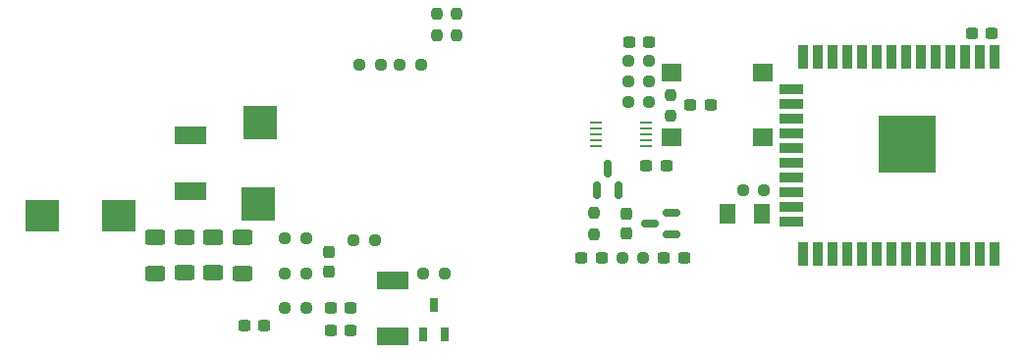
<source format=gtp>
G04 #@! TF.GenerationSoftware,KiCad,Pcbnew,6.0.1-79c1e3a40b~116~ubuntu20.04.1*
G04 #@! TF.CreationDate,2022-04-23T14:55:23+01:00*
G04 #@! TF.ProjectId,batmon,6261746d-6f6e-42e6-9b69-6361645f7063,3.1*
G04 #@! TF.SameCoordinates,Original*
G04 #@! TF.FileFunction,Paste,Top*
G04 #@! TF.FilePolarity,Positive*
%FSLAX46Y46*%
G04 Gerber Fmt 4.6, Leading zero omitted, Abs format (unit mm)*
G04 Created by KiCad (PCBNEW 6.0.1-79c1e3a40b~116~ubuntu20.04.1) date 2022-04-23 14:55:23*
%MOMM*%
%LPD*%
G01*
G04 APERTURE LIST*
G04 Aperture macros list*
%AMRoundRect*
0 Rectangle with rounded corners*
0 $1 Rounding radius*
0 $2 $3 $4 $5 $6 $7 $8 $9 X,Y pos of 4 corners*
0 Add a 4 corners polygon primitive as box body*
4,1,4,$2,$3,$4,$5,$6,$7,$8,$9,$2,$3,0*
0 Add four circle primitives for the rounded corners*
1,1,$1+$1,$2,$3*
1,1,$1+$1,$4,$5*
1,1,$1+$1,$6,$7*
1,1,$1+$1,$8,$9*
0 Add four rect primitives between the rounded corners*
20,1,$1+$1,$2,$3,$4,$5,0*
20,1,$1+$1,$4,$5,$6,$7,0*
20,1,$1+$1,$6,$7,$8,$9,0*
20,1,$1+$1,$8,$9,$2,$3,0*%
G04 Aperture macros list end*
%ADD10RoundRect,0.237500X-0.300000X-0.237500X0.300000X-0.237500X0.300000X0.237500X-0.300000X0.237500X0*%
%ADD11RoundRect,0.237500X0.250000X0.237500X-0.250000X0.237500X-0.250000X-0.237500X0.250000X-0.237500X0*%
%ADD12RoundRect,0.237500X-0.237500X0.250000X-0.237500X-0.250000X0.237500X-0.250000X0.237500X0.250000X0*%
%ADD13RoundRect,0.237500X-0.250000X-0.237500X0.250000X-0.237500X0.250000X0.237500X-0.250000X0.237500X0*%
%ADD14RoundRect,0.150000X0.587500X0.150000X-0.587500X0.150000X-0.587500X-0.150000X0.587500X-0.150000X0*%
%ADD15RoundRect,0.150000X0.150000X-0.587500X0.150000X0.587500X-0.150000X0.587500X-0.150000X-0.587500X0*%
%ADD16RoundRect,0.237500X-0.237500X0.300000X-0.237500X-0.300000X0.237500X-0.300000X0.237500X0.300000X0*%
%ADD17R,0.900000X2.000000*%
%ADD18R,2.000000X0.900000*%
%ADD19R,5.000000X5.000000*%
%ADD20RoundRect,0.237500X0.300000X0.237500X-0.300000X0.237500X-0.300000X-0.237500X0.300000X-0.237500X0*%
%ADD21R,1.800000X1.500000*%
%ADD22RoundRect,0.250000X0.625000X-0.400000X0.625000X0.400000X-0.625000X0.400000X-0.625000X-0.400000X0*%
%ADD23RoundRect,0.237500X0.237500X-0.250000X0.237500X0.250000X-0.237500X0.250000X-0.237500X-0.250000X0*%
%ADD24R,3.000000X2.800000*%
%ADD25R,1.100000X0.250000*%
%ADD26RoundRect,0.237500X0.237500X-0.300000X0.237500X0.300000X-0.237500X0.300000X-0.237500X-0.300000X0*%
%ADD27R,3.000000X3.000000*%
%ADD28R,0.650000X1.220000*%
%ADD29R,2.700000X1.500000*%
%ADD30RoundRect,0.250001X-0.462499X-0.624999X0.462499X-0.624999X0.462499X0.624999X-0.462499X0.624999X0*%
G04 APERTURE END LIST*
D10*
X218837500Y-104500000D03*
X220562500Y-104500000D03*
D11*
X200912500Y-106500000D03*
X199087500Y-106500000D03*
D12*
X202250000Y-102087500D03*
X202250000Y-103912500D03*
D10*
X248387500Y-103750000D03*
X250112500Y-103750000D03*
D13*
X218749500Y-106172000D03*
X220574500Y-106172000D03*
D14*
X222537500Y-121150000D03*
X222537500Y-119250000D03*
X220662500Y-120200000D03*
D15*
X216050000Y-117337500D03*
X217950000Y-117337500D03*
X217000000Y-115462500D03*
D16*
X218600000Y-119337500D03*
X218600000Y-121062500D03*
D17*
X250365000Y-105830000D03*
X249095000Y-105830000D03*
X247825000Y-105830000D03*
X246555000Y-105830000D03*
X245285000Y-105830000D03*
X244015000Y-105830000D03*
X242745000Y-105830000D03*
X241475000Y-105830000D03*
X240205000Y-105830000D03*
X238935000Y-105830000D03*
X237665000Y-105830000D03*
X236395000Y-105830000D03*
X235125000Y-105830000D03*
X233855000Y-105830000D03*
D18*
X232855000Y-108615000D03*
X232855000Y-109885000D03*
X232855000Y-111155000D03*
X232855000Y-112425000D03*
X232855000Y-113695000D03*
X232855000Y-114965000D03*
X232855000Y-116235000D03*
X232855000Y-117505000D03*
X232855000Y-118775000D03*
X232855000Y-120045000D03*
D17*
X233855000Y-122830000D03*
X235125000Y-122830000D03*
X236395000Y-122830000D03*
X237665000Y-122830000D03*
X238935000Y-122830000D03*
X240205000Y-122830000D03*
X241475000Y-122830000D03*
X242745000Y-122830000D03*
X244015000Y-122830000D03*
X245285000Y-122830000D03*
X246555000Y-122830000D03*
X247825000Y-122830000D03*
X249095000Y-122830000D03*
X250365000Y-122830000D03*
D19*
X242865000Y-113330000D03*
D13*
X195087500Y-121600000D03*
X196912500Y-121600000D03*
D20*
X222062500Y-115200000D03*
X220337500Y-115200000D03*
D13*
X189175000Y-121500000D03*
X191000000Y-121500000D03*
D21*
X230420000Y-107188000D03*
X222520000Y-107188000D03*
D22*
X183000000Y-124450000D03*
X183000000Y-121350000D03*
D13*
X218241500Y-123190000D03*
X220066500Y-123190000D03*
D23*
X222456000Y-110894500D03*
X222456000Y-109069500D03*
D22*
X178000000Y-124500000D03*
X178000000Y-121400000D03*
D10*
X185637500Y-129000000D03*
X187362500Y-129000000D03*
D24*
X168200000Y-119500000D03*
X174800000Y-119500000D03*
D25*
X215988000Y-111522000D03*
X215988000Y-112022000D03*
X215988000Y-112522000D03*
X215988000Y-113022000D03*
X215988000Y-113522000D03*
X220288000Y-113522000D03*
X220288000Y-113022000D03*
X220288000Y-112522000D03*
X220288000Y-112022000D03*
X220288000Y-111522000D03*
D26*
X193000000Y-124362500D03*
X193000000Y-122637500D03*
D21*
X230420000Y-112776000D03*
X222520000Y-112776000D03*
D12*
X204000000Y-102087500D03*
X204000000Y-103912500D03*
D13*
X189175000Y-127500000D03*
X191000000Y-127500000D03*
D10*
X193137500Y-127500000D03*
X194862500Y-127500000D03*
D13*
X195587500Y-106500000D03*
X197412500Y-106500000D03*
D12*
X215800000Y-119287500D03*
X215800000Y-121112500D03*
D22*
X185500000Y-124500000D03*
X185500000Y-121400000D03*
D27*
X187000000Y-111500000D03*
X186900000Y-118500000D03*
D20*
X194862500Y-129400000D03*
X193137500Y-129400000D03*
D13*
X218749500Y-107950000D03*
X220574500Y-107950000D03*
D28*
X201050000Y-129810000D03*
X202950000Y-129810000D03*
X202000000Y-127190000D03*
D13*
X201087500Y-124500000D03*
X202912500Y-124500000D03*
D29*
X181000000Y-117400000D03*
X181000000Y-112600000D03*
D11*
X220574500Y-109728000D03*
X218749500Y-109728000D03*
D10*
X221847500Y-123190000D03*
X223572500Y-123190000D03*
X224133500Y-109982000D03*
X225858500Y-109982000D03*
D29*
X198500000Y-125100000D03*
X198500000Y-129900000D03*
D13*
X189175000Y-124500000D03*
X191000000Y-124500000D03*
D22*
X180500000Y-124450000D03*
X180500000Y-121350000D03*
D10*
X214735500Y-123190000D03*
X216460500Y-123190000D03*
D13*
X228655500Y-117348000D03*
X230480500Y-117348000D03*
D30*
X227318500Y-119380000D03*
X230293500Y-119380000D03*
M02*

</source>
